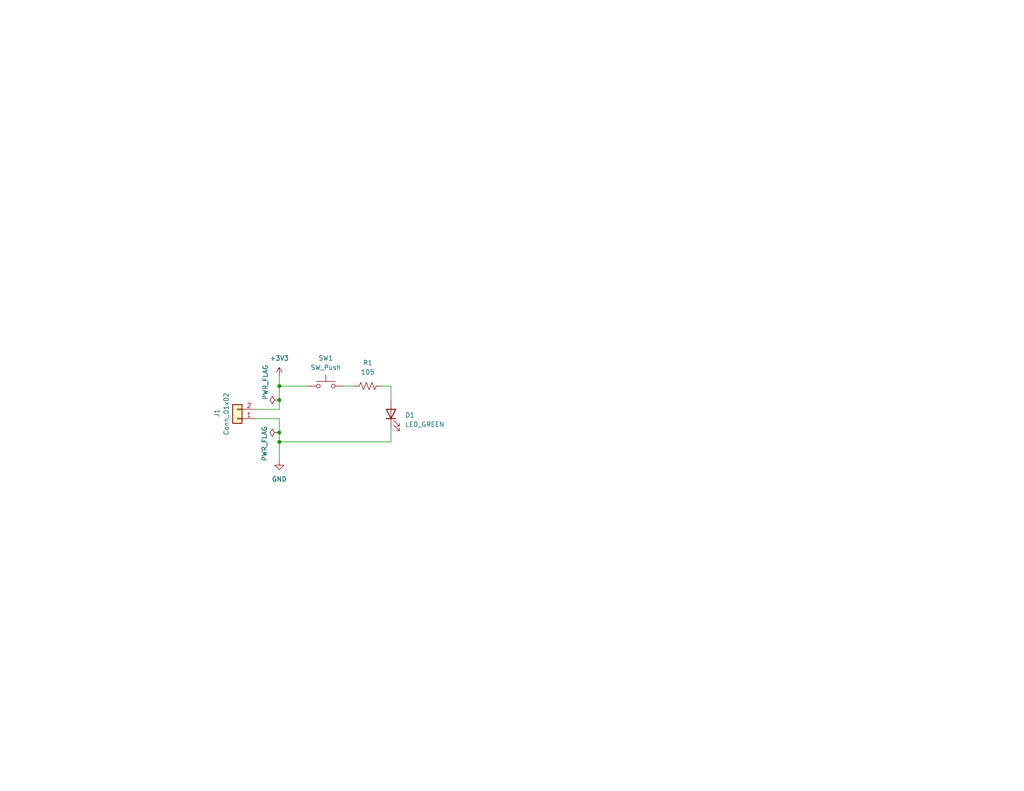
<source format=kicad_sch>
(kicad_sch (version 20231120) (generator "eeschema") (generator_version "8.0")
  (paper "USLetter")
  (title_block (title "Project 1") (date "2025-09-14") (rev "0.0") (company "Illini Solar Car") (comment 1 "Designed By: Eddie Tang"))
  (lib_symbols
    (symbol "Connector_Generic:Conn_01x02" (pin_names (offset 1.016) hide)
      (property "Reference" "J" (at 0 2.54 0))
      (property "Value" "Conn_01x02" (at 0 -5.08 0))
      (symbol "Conn_01x02_1_1"
        (rectangle (start -1.27 -2.413) (end 0 -2.667) (stroke (width 0.1524)))
        (rectangle (start -1.27 0.127) (end 0 -0.127) (stroke (width 0.1524)))
        (rectangle (start -1.27 1.27) (end 1.27 -3.81) (stroke (width 0.254)) (fill (type background)))
        (pin passive line (at -5.08 0 0) (length 3.81) (name "Pin_1") (number "1"))
        (pin passive line (at -5.08 -2.54 0) (length 3.81) (name "Pin_2") (number "2"))
      )
    )
    (symbol "Device:R_US" (pin_numbers hide) (pin_names (offset 0))
      (property "Reference" "R" (at 2.54 0 90))
      (property "Value" "R_US" (at -2.54 0 90))
      (symbol "R_US_0_1"
        (polyline (pts (xy 0 -2.286) (xy 0 -2.54)))
        (polyline (pts (xy 0 2.286) (xy 0 2.54)))
        (polyline (pts (xy 0 -0.762) (xy 1.016 -1.143) (xy 0 -1.524) (xy -1.016 -1.905) (xy 0 -2.286)))
        (polyline (pts (xy 0 0.762) (xy 1.016 0.381) (xy 0 0) (xy -1.016 -0.381) (xy 0 -0.762)))
        (polyline (pts (xy 0 2.286) (xy 1.016 1.905) (xy 0 1.524) (xy -1.016 1.143) (xy 0 0.762)))
      )
      (symbol "R_US_1_1"
        (pin passive line (at 0 3.81 270) (length 1.27) (name "~") (number "1"))
        (pin passive line (at 0 -3.81 90) (length 1.27) (name "~") (number "2"))
      )
    )
    (symbol "Switch:SW_Push" (pin_numbers hide) (pin_names (offset 1.016) hide)
      (property "Reference" "SW" (at 1.27 2.54 0))
      (property "Value" "SW_Push" (at 0 -1.524 0))
      (symbol "SW_Push_0_1"
        (circle (center -2.032 0) (radius 0.508))
        (polyline (pts (xy 0 1.27) (xy 0 3.048)))
        (polyline (pts (xy 2.54 1.27) (xy -2.54 1.27)))
        (circle (center 2.032 0) (radius 0.508))
        (pin passive line (at -5.08 0 0) (length 2.54) (name "1") (number "1"))
        (pin passive line (at 5.08 0 180) (length 2.54) (name "2") (number "2"))
      )
    )
    (symbol "device:LED" (pin_numbers hide) (pin_names (offset 1.016) hide)
      (property "Reference" "D" (at 0 2.54 0))
      (property "Value" "LED" (at 0 -2.54 0))
      (symbol "LED_0_1"
        (polyline (pts (xy -1.27 -1.27) (xy -1.27 1.27)) (stroke (width 0.254)))
        (polyline (pts (xy -1.27 0) (xy 1.27 0)))
        (polyline (pts (xy 1.27 -1.27) (xy 1.27 1.27) (xy -1.27 0) (xy 1.27 -1.27)) (stroke (width 0.254)))
        (polyline (pts (xy -3.048 -0.762) (xy -4.572 -2.286) (xy -3.81 -2.286) (xy -4.572 -2.286) (xy -4.572 -1.524)))
        (polyline (pts (xy -1.778 -0.762) (xy -3.302 -2.286) (xy -2.54 -2.286) (xy -3.302 -2.286) (xy -3.302 -1.524)))
      )
      (symbol "LED_1_1"
        (pin passive line (at -3.81 0 0) (length 2.54) (name "K") (number "1"))
        (pin passive line (at 3.81 0 180) (length 2.54) (name "A") (number "2"))
      )
    )
    (symbol "power:+3V3" (power) (pin_names (offset 0))
      (property "Value" "+3V3" (at 0 3.556 0))
      (symbol "+3V3_0_1"
        (polyline (pts (xy -0.762 1.27) (xy 0 2.54)))
        (polyline (pts (xy 0 0) (xy 0 2.54)))
        (polyline (pts (xy 0 2.54) (xy 0.762 1.27)))
      )
      (symbol "+3V3_1_1"
        (pin power_in line (at 0 0 90) (length 0) hide (name "+3V3") (number "1"))
      )
    )
    (symbol "power:GND" (power) (pin_names (offset 0))
      (property "Value" "GND" (at 0 -3.81 0))
      (symbol "GND_0_1"
        (polyline (pts (xy 0 0) (xy 0 -1.27) (xy 1.27 -1.27) (xy 0 -2.54) (xy -1.27 -1.27) (xy 0 -1.27)))
      )
      (symbol "GND_1_1"
        (pin power_in line (at 0 0 270) (length 0) hide (name "GND") (number "1"))
      )
    )
    (symbol "power:PWR_FLAG" (power) (pin_numbers hide) (pin_names (offset 0) hide)
      (property "Value" "PWR_FLAG" (at 0 3.81 0))
      (symbol "PWR_FLAG_0_0"
        (pin power_out line (at 0 0 90) (length 0) (name "pwr") (number "1"))
      )
      (symbol "PWR_FLAG_0_1"
        (polyline (pts (xy 0 0) (xy 0 1.27) (xy -1.016 1.905) (xy 0 2.54) (xy 1.016 1.905) (xy 0 1.27)))
      )
    )
  )
  (junction (at 76.2 109.22))
  (junction (at 76.2 105.41))
  (junction (at 76.2 120.65))
  (junction (at 76.2 118.11))
  (wire (pts (xy 69.85 114.3) (xy 76.2 114.3)))
  (wire (pts (xy 76.2 109.22) (xy 76.2 105.41)))
  (wire (pts (xy 76.2 105.41) (xy 83.82 105.41)))
  (wire (pts (xy 106.68 116.84) (xy 106.68 120.65)))
  (wire (pts (xy 104.14 105.41) (xy 106.68 105.41)))
  (wire (pts (xy 69.85 111.76) (xy 76.2 111.76)))
  (wire (pts (xy 76.2 114.3) (xy 76.2 118.11)))
  (wire (pts (xy 76.2 111.76) (xy 76.2 109.22)))
  (wire (pts (xy 76.2 102.87) (xy 76.2 105.41)))
  (wire (pts (xy 76.2 118.11) (xy 76.2 120.65)))
  (wire (pts (xy 106.68 105.41) (xy 106.68 109.22)))
  (wire (pts (xy 76.2 120.65) (xy 76.2 125.73)))
  (wire (pts (xy 93.98 105.41) (xy 96.52 105.41)))
  (wire (pts (xy 76.2 120.65) (xy 106.68 120.65)))
  (symbol (lib_id "power:GND") (at 76.2 125.73 0) (unit 1)
    (property "Reference" "#PWR02" (effects (hide yes)))
    (property "Value" "GND" (at 76.2 130.81 0))
    (property "Description" "Power symbol creates a global label with name \"GND\" , ground" (effects (hide yes)))
  )
  (symbol (lib_id "device:LED") (at 106.68 113.03 90) (unit 1)
    (property "Reference" "D1" (at 110.49 113.3474 90) (effects (justify right)))
    (property "Value" "LED_GREEN" (at 110.49 115.8874 90) (effects (justify right)))
    (property "Footprint" "layout:LED_0603_Symbol_on_F.SilkS" (effects (hide yes)))
    (property "Description" "Light emitting diode" (effects (hide yes)))
  )
  (symbol (lib_id "power:+3V3") (at 76.2 102.87 0) (unit 1)
    (property "Reference" "#PWR01" (effects (hide yes)))
    (property "Value" "+3V3" (at 76.2 97.79 0))
    (property "Description" "Power symbol creates a global label with name \"+3V3\"" (effects (hide yes)))
  )
  (symbol (lib_id "Switch:SW_Push") (at 88.9 105.41 0) (unit 1)
    (property "Reference" "SW1" (at 88.9 97.79 0))
    (property "Value" "SW_Push" (at 88.9 100.33 0))
    (property "Footprint" "Button_Switch_SMD:SW_DIP_SPSTx01_Slide_6.7x4.1mm_W8.61mm_P2.54mm_LowProfile" (effects (hide yes)))
    (property "Datasheet" "https://www.youtube.com/redirect?event=video_description&redir_token=QUFFLUhqazBMT3R4YzNWVFN0TW5YVmtZX2xuRjFGUmdKZ3xBQ3Jtc0tuVk9zY3RLN3FrdlU2ZGdSWnRtZk04anhfVUdLSS1SdW8zWl8tU1RmUDJ4UDJfUjAyTDlLX1NWOEVDY1JsU3o4dGZjeVJPdTZSVnRQQVFyRVFZWHNiMTJlald5Y2hnT2FTVjR0NEltZzYxSFBQektfVQ&q=https%3A%2F%2Fwww.molex.com%2Fpdm_docs%2Fsd%2F022272021_sd.pdf&v=MJEWDFNcRlM" (effects (hide yes)))
    (property "Description" "Push button switch, generic, two pins" (effects (hide yes)))
  )
  (symbol (lib_id "power:PWR_FLAG") (at 76.2 118.11 90) (unit 1)
    (property "Reference" "#FLG02" (effects (hide yes)))
    (property "Value" "PWR_FLAG" (at 72.136 125.984 0) (effects (justify left)))
    (property "Description" "Special symbol for telling ERC where power comes from" (effects (hide yes)))
  )
  (symbol (lib_id "Connector_Generic:Conn_01x02") (at 64.77 114.3 180) (unit 1)
    (property "Reference" "J1" (at 59.182 112.776 90))
    (property "Value" "Conn_01x02" (at 61.722 113.03 90))
    (property "Footprint" "Connector_Molex:Molex_KK-254_AE-6410-02A_1x02_P2.54mm_Vertical" (effects (hide yes)))
    (property "Datasheet" "https://www.youtube.com/redirect?event=video_description&redir_token=QUFFLUhqazBMT3R4YzNWVFN0TW5YVmtZX2xuRjFGUmdKZ3xBQ3Jtc0tuVk9zY3RLN3FrdlU2ZGdSWnRtZk04anhfVUdLSS1SdW8zWl8tU1RmUDJ4UDJfUjAyTDlLX1NWOEVDY1JsU3o4dGZjeVJPdTZSVnRQQVFyRVFZWHNiMTJlald5Y2hnT2FTVjR0NEltZzYxSFBQektfVQ&q=https%3A%2F%2Fwww.molex.com%2Fpdm_docs%2Fsd%2F022272021_sd.pdf&v=MJEWDFNcRlM" (effects (hide yes)))
    (property "Description" "Generic connector, single row, 01x02, script generated (kicad-library-utils/schlib/autogen/connector/)" (effects (hide yes)))
  )
  (symbol (lib_id "Device:R_US") (at 100.33 105.41 90) (unit 1)
    (property "Reference" "R1" (at 100.33 99.06 90))
    (property "Value" "105" (at 100.33 101.6 90))
    (property "Footprint" "Resistor_SMD:R_0603_1608Metric_Pad0.98x0.95mm_HandSolder" (effects (hide yes)))
    (property "Description" "Resistor, US symbol" (effects (hide yes)))
  )
  (symbol (lib_id "power:PWR_FLAG") (at 76.2 109.22 90) (unit 1)
    (property "Reference" "#FLG01" (effects (hide yes)))
    (property "Value" "PWR_FLAG" (at 72.39 109.2199 0) (effects (justify left)))
    (property "Description" "Special symbol for telling ERC where power comes from" (effects (hide yes)))
  )
)
</source>
